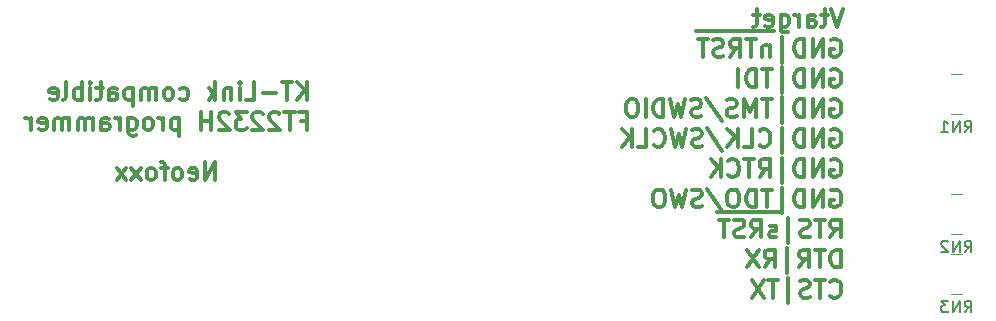
<source format=gbo>
G04 #@! TF.GenerationSoftware,KiCad,Pcbnew,5.0.2-bee76a0~70~ubuntu18.04.1*
G04 #@! TF.CreationDate,2019-06-09T10:31:05+02:00*
G04 #@! TF.ProjectId,JTAG-SWD-adapter,4b744c69-6e6b-4416-9461-707465722e6b,rev?*
G04 #@! TF.SameCoordinates,PX18392c0PY54c81a0*
G04 #@! TF.FileFunction,Legend,Bot*
G04 #@! TF.FilePolarity,Positive*
%FSLAX46Y46*%
G04 Gerber Fmt 4.6, Leading zero omitted, Abs format (unit mm)*
G04 Created by KiCad (PCBNEW 5.0.2-bee76a0~70~ubuntu18.04.1) date ned 09 jun 2019 10:31:05 CEST*
%MOMM*%
%LPD*%
G01*
G04 APERTURE LIST*
%ADD10C,0.300000*%
%ADD11C,0.120000*%
%ADD12C,0.150000*%
G04 APERTURE END LIST*
D10*
X30118357Y29996929D02*
X30118357Y31496929D01*
X29261214Y29996929D02*
X29904071Y30854072D01*
X29261214Y31496929D02*
X30118357Y30639786D01*
X28832642Y31496929D02*
X27975500Y31496929D01*
X28404071Y29996929D02*
X28404071Y31496929D01*
X27475500Y30568358D02*
X26332642Y30568358D01*
X24904071Y29996929D02*
X25618357Y29996929D01*
X25618357Y31496929D01*
X24404071Y29996929D02*
X24404071Y30996929D01*
X24404071Y31496929D02*
X24475500Y31425500D01*
X24404071Y31354072D01*
X24332642Y31425500D01*
X24404071Y31496929D01*
X24404071Y31354072D01*
X23689785Y30996929D02*
X23689785Y29996929D01*
X23689785Y30854072D02*
X23618357Y30925500D01*
X23475500Y30996929D01*
X23261214Y30996929D01*
X23118357Y30925500D01*
X23046928Y30782643D01*
X23046928Y29996929D01*
X22332642Y29996929D02*
X22332642Y31496929D01*
X22189785Y30568358D02*
X21761214Y29996929D01*
X21761214Y30996929D02*
X22332642Y30425500D01*
X19332642Y30068358D02*
X19475500Y29996929D01*
X19761214Y29996929D01*
X19904071Y30068358D01*
X19975500Y30139786D01*
X20046928Y30282643D01*
X20046928Y30711215D01*
X19975500Y30854072D01*
X19904071Y30925500D01*
X19761214Y30996929D01*
X19475500Y30996929D01*
X19332642Y30925500D01*
X18475500Y29996929D02*
X18618357Y30068358D01*
X18689785Y30139786D01*
X18761214Y30282643D01*
X18761214Y30711215D01*
X18689785Y30854072D01*
X18618357Y30925500D01*
X18475500Y30996929D01*
X18261214Y30996929D01*
X18118357Y30925500D01*
X18046928Y30854072D01*
X17975500Y30711215D01*
X17975500Y30282643D01*
X18046928Y30139786D01*
X18118357Y30068358D01*
X18261214Y29996929D01*
X18475500Y29996929D01*
X17332642Y29996929D02*
X17332642Y30996929D01*
X17332642Y30854072D02*
X17261214Y30925500D01*
X17118357Y30996929D01*
X16904071Y30996929D01*
X16761214Y30925500D01*
X16689785Y30782643D01*
X16689785Y29996929D01*
X16689785Y30782643D02*
X16618357Y30925500D01*
X16475500Y30996929D01*
X16261214Y30996929D01*
X16118357Y30925500D01*
X16046928Y30782643D01*
X16046928Y29996929D01*
X15332642Y30996929D02*
X15332642Y29496929D01*
X15332642Y30925500D02*
X15189785Y30996929D01*
X14904071Y30996929D01*
X14761214Y30925500D01*
X14689785Y30854072D01*
X14618357Y30711215D01*
X14618357Y30282643D01*
X14689785Y30139786D01*
X14761214Y30068358D01*
X14904071Y29996929D01*
X15189785Y29996929D01*
X15332642Y30068358D01*
X13332642Y29996929D02*
X13332642Y30782643D01*
X13404071Y30925500D01*
X13546928Y30996929D01*
X13832642Y30996929D01*
X13975500Y30925500D01*
X13332642Y30068358D02*
X13475500Y29996929D01*
X13832642Y29996929D01*
X13975500Y30068358D01*
X14046928Y30211215D01*
X14046928Y30354072D01*
X13975500Y30496929D01*
X13832642Y30568358D01*
X13475500Y30568358D01*
X13332642Y30639786D01*
X12832642Y30996929D02*
X12261214Y30996929D01*
X12618357Y31496929D02*
X12618357Y30211215D01*
X12546928Y30068358D01*
X12404071Y29996929D01*
X12261214Y29996929D01*
X11761214Y29996929D02*
X11761214Y30996929D01*
X11761214Y31496929D02*
X11832642Y31425500D01*
X11761214Y31354072D01*
X11689785Y31425500D01*
X11761214Y31496929D01*
X11761214Y31354072D01*
X11046928Y29996929D02*
X11046928Y31496929D01*
X11046928Y30925500D02*
X10904071Y30996929D01*
X10618357Y30996929D01*
X10475500Y30925500D01*
X10404071Y30854072D01*
X10332642Y30711215D01*
X10332642Y30282643D01*
X10404071Y30139786D01*
X10475500Y30068358D01*
X10618357Y29996929D01*
X10904071Y29996929D01*
X11046928Y30068358D01*
X9475500Y29996929D02*
X9618357Y30068358D01*
X9689785Y30211215D01*
X9689785Y31496929D01*
X8332642Y30068358D02*
X8475500Y29996929D01*
X8761214Y29996929D01*
X8904071Y30068358D01*
X8975500Y30211215D01*
X8975500Y30782643D01*
X8904071Y30925500D01*
X8761214Y30996929D01*
X8475500Y30996929D01*
X8332642Y30925500D01*
X8261214Y30782643D01*
X8261214Y30639786D01*
X8975500Y30496929D01*
X29618357Y28232643D02*
X30118357Y28232643D01*
X30118357Y27446929D02*
X30118357Y28946929D01*
X29404071Y28946929D01*
X29046928Y28946929D02*
X28189785Y28946929D01*
X28618357Y27446929D02*
X28618357Y28946929D01*
X27761214Y28804072D02*
X27689785Y28875500D01*
X27546928Y28946929D01*
X27189785Y28946929D01*
X27046928Y28875500D01*
X26975500Y28804072D01*
X26904071Y28661215D01*
X26904071Y28518358D01*
X26975500Y28304072D01*
X27832642Y27446929D01*
X26904071Y27446929D01*
X26332642Y28804072D02*
X26261214Y28875500D01*
X26118357Y28946929D01*
X25761214Y28946929D01*
X25618357Y28875500D01*
X25546928Y28804072D01*
X25475500Y28661215D01*
X25475500Y28518358D01*
X25546928Y28304072D01*
X26404071Y27446929D01*
X25475500Y27446929D01*
X24975500Y28946929D02*
X24046928Y28946929D01*
X24546928Y28375500D01*
X24332642Y28375500D01*
X24189785Y28304072D01*
X24118357Y28232643D01*
X24046928Y28089786D01*
X24046928Y27732643D01*
X24118357Y27589786D01*
X24189785Y27518358D01*
X24332642Y27446929D01*
X24761214Y27446929D01*
X24904071Y27518358D01*
X24975500Y27589786D01*
X23475500Y28804072D02*
X23404071Y28875500D01*
X23261214Y28946929D01*
X22904071Y28946929D01*
X22761214Y28875500D01*
X22689785Y28804072D01*
X22618357Y28661215D01*
X22618357Y28518358D01*
X22689785Y28304072D01*
X23546928Y27446929D01*
X22618357Y27446929D01*
X21975500Y27446929D02*
X21975500Y28946929D01*
X21975500Y28232643D02*
X21118357Y28232643D01*
X21118357Y27446929D02*
X21118357Y28946929D01*
X19261214Y28446929D02*
X19261214Y26946929D01*
X19261214Y28375500D02*
X19118357Y28446929D01*
X18832642Y28446929D01*
X18689785Y28375500D01*
X18618357Y28304072D01*
X18546928Y28161215D01*
X18546928Y27732643D01*
X18618357Y27589786D01*
X18689785Y27518358D01*
X18832642Y27446929D01*
X19118357Y27446929D01*
X19261214Y27518358D01*
X17904071Y27446929D02*
X17904071Y28446929D01*
X17904071Y28161215D02*
X17832642Y28304072D01*
X17761214Y28375500D01*
X17618357Y28446929D01*
X17475500Y28446929D01*
X16761214Y27446929D02*
X16904071Y27518358D01*
X16975500Y27589786D01*
X17046928Y27732643D01*
X17046928Y28161215D01*
X16975500Y28304072D01*
X16904071Y28375500D01*
X16761214Y28446929D01*
X16546928Y28446929D01*
X16404071Y28375500D01*
X16332642Y28304072D01*
X16261214Y28161215D01*
X16261214Y27732643D01*
X16332642Y27589786D01*
X16404071Y27518358D01*
X16546928Y27446929D01*
X16761214Y27446929D01*
X14975500Y28446929D02*
X14975500Y27232643D01*
X15046928Y27089786D01*
X15118357Y27018358D01*
X15261214Y26946929D01*
X15475500Y26946929D01*
X15618357Y27018358D01*
X14975500Y27518358D02*
X15118357Y27446929D01*
X15404071Y27446929D01*
X15546928Y27518358D01*
X15618357Y27589786D01*
X15689785Y27732643D01*
X15689785Y28161215D01*
X15618357Y28304072D01*
X15546928Y28375500D01*
X15404071Y28446929D01*
X15118357Y28446929D01*
X14975500Y28375500D01*
X14261214Y27446929D02*
X14261214Y28446929D01*
X14261214Y28161215D02*
X14189785Y28304072D01*
X14118357Y28375500D01*
X13975500Y28446929D01*
X13832642Y28446929D01*
X12689785Y27446929D02*
X12689785Y28232643D01*
X12761214Y28375500D01*
X12904071Y28446929D01*
X13189785Y28446929D01*
X13332642Y28375500D01*
X12689785Y27518358D02*
X12832642Y27446929D01*
X13189785Y27446929D01*
X13332642Y27518358D01*
X13404071Y27661215D01*
X13404071Y27804072D01*
X13332642Y27946929D01*
X13189785Y28018358D01*
X12832642Y28018358D01*
X12689785Y28089786D01*
X11975500Y27446929D02*
X11975500Y28446929D01*
X11975500Y28304072D02*
X11904071Y28375500D01*
X11761214Y28446929D01*
X11546928Y28446929D01*
X11404071Y28375500D01*
X11332642Y28232643D01*
X11332642Y27446929D01*
X11332642Y28232643D02*
X11261214Y28375500D01*
X11118357Y28446929D01*
X10904071Y28446929D01*
X10761214Y28375500D01*
X10689785Y28232643D01*
X10689785Y27446929D01*
X9975500Y27446929D02*
X9975500Y28446929D01*
X9975500Y28304072D02*
X9904071Y28375500D01*
X9761214Y28446929D01*
X9546928Y28446929D01*
X9404071Y28375500D01*
X9332642Y28232643D01*
X9332642Y27446929D01*
X9332642Y28232643D02*
X9261214Y28375500D01*
X9118357Y28446929D01*
X8904071Y28446929D01*
X8761214Y28375500D01*
X8689785Y28232643D01*
X8689785Y27446929D01*
X7404071Y27518358D02*
X7546928Y27446929D01*
X7832642Y27446929D01*
X7975500Y27518358D01*
X8046928Y27661215D01*
X8046928Y28232643D01*
X7975500Y28375500D01*
X7832642Y28446929D01*
X7546928Y28446929D01*
X7404071Y28375500D01*
X7332642Y28232643D01*
X7332642Y28089786D01*
X8046928Y27946929D01*
X6689785Y27446929D02*
X6689785Y28446929D01*
X6689785Y28161215D02*
X6618357Y28304072D01*
X6546928Y28375500D01*
X6404071Y28446929D01*
X6261214Y28446929D01*
X75481142Y37696429D02*
X74981142Y36196429D01*
X74481142Y37696429D01*
X74195428Y37196429D02*
X73624000Y37196429D01*
X73981142Y37696429D02*
X73981142Y36410715D01*
X73909714Y36267858D01*
X73766857Y36196429D01*
X73624000Y36196429D01*
X72481142Y36196429D02*
X72481142Y36982143D01*
X72552571Y37125000D01*
X72695428Y37196429D01*
X72981142Y37196429D01*
X73124000Y37125000D01*
X72481142Y36267858D02*
X72624000Y36196429D01*
X72981142Y36196429D01*
X73124000Y36267858D01*
X73195428Y36410715D01*
X73195428Y36553572D01*
X73124000Y36696429D01*
X72981142Y36767858D01*
X72624000Y36767858D01*
X72481142Y36839286D01*
X71766857Y36196429D02*
X71766857Y37196429D01*
X71766857Y36910715D02*
X71695428Y37053572D01*
X71624000Y37125000D01*
X71481142Y37196429D01*
X71338285Y37196429D01*
X70195428Y37196429D02*
X70195428Y35982143D01*
X70266857Y35839286D01*
X70338285Y35767858D01*
X70481142Y35696429D01*
X70695428Y35696429D01*
X70838285Y35767858D01*
X70195428Y36267858D02*
X70338285Y36196429D01*
X70624000Y36196429D01*
X70766857Y36267858D01*
X70838285Y36339286D01*
X70909714Y36482143D01*
X70909714Y36910715D01*
X70838285Y37053572D01*
X70766857Y37125000D01*
X70624000Y37196429D01*
X70338285Y37196429D01*
X70195428Y37125000D01*
X68909714Y36267858D02*
X69052571Y36196429D01*
X69338285Y36196429D01*
X69481142Y36267858D01*
X69552571Y36410715D01*
X69552571Y36982143D01*
X69481142Y37125000D01*
X69338285Y37196429D01*
X69052571Y37196429D01*
X68909714Y37125000D01*
X68838285Y36982143D01*
X68838285Y36839286D01*
X69552571Y36696429D01*
X68409714Y37196429D02*
X67838285Y37196429D01*
X68195428Y37696429D02*
X68195428Y36410715D01*
X68124000Y36267858D01*
X67981142Y36196429D01*
X67838285Y36196429D01*
X74481142Y35075000D02*
X74624000Y35146429D01*
X74838285Y35146429D01*
X75052571Y35075000D01*
X75195428Y34932143D01*
X75266857Y34789286D01*
X75338285Y34503572D01*
X75338285Y34289286D01*
X75266857Y34003572D01*
X75195428Y33860715D01*
X75052571Y33717858D01*
X74838285Y33646429D01*
X74695428Y33646429D01*
X74481142Y33717858D01*
X74409714Y33789286D01*
X74409714Y34289286D01*
X74695428Y34289286D01*
X73766857Y33646429D02*
X73766857Y35146429D01*
X72909714Y33646429D01*
X72909714Y35146429D01*
X72195428Y33646429D02*
X72195428Y35146429D01*
X71838285Y35146429D01*
X71624000Y35075000D01*
X71481142Y34932143D01*
X71409714Y34789286D01*
X71338285Y34503572D01*
X71338285Y34289286D01*
X71409714Y34003572D01*
X71481142Y33860715D01*
X71624000Y33717858D01*
X71838285Y33646429D01*
X72195428Y33646429D01*
X70338285Y33146429D02*
X70338285Y35289286D01*
X69624000Y35795000D02*
X68266857Y35795000D01*
X69266857Y34646429D02*
X69266857Y33646429D01*
X69266857Y34503572D02*
X69195428Y34575000D01*
X69052571Y34646429D01*
X68838285Y34646429D01*
X68695428Y34575000D01*
X68624000Y34432143D01*
X68624000Y33646429D01*
X68266857Y35795000D02*
X67124000Y35795000D01*
X68124000Y35146429D02*
X67266857Y35146429D01*
X67695428Y33646429D02*
X67695428Y35146429D01*
X67124000Y35795000D02*
X65624000Y35795000D01*
X65909714Y33646429D02*
X66409714Y34360715D01*
X66766857Y33646429D02*
X66766857Y35146429D01*
X66195428Y35146429D01*
X66052571Y35075000D01*
X65981142Y35003572D01*
X65909714Y34860715D01*
X65909714Y34646429D01*
X65981142Y34503572D01*
X66052571Y34432143D01*
X66195428Y34360715D01*
X66766857Y34360715D01*
X65624000Y35795000D02*
X64195428Y35795000D01*
X65338285Y33717858D02*
X65124000Y33646429D01*
X64766857Y33646429D01*
X64624000Y33717858D01*
X64552571Y33789286D01*
X64481142Y33932143D01*
X64481142Y34075000D01*
X64552571Y34217858D01*
X64624000Y34289286D01*
X64766857Y34360715D01*
X65052571Y34432143D01*
X65195428Y34503572D01*
X65266857Y34575000D01*
X65338285Y34717858D01*
X65338285Y34860715D01*
X65266857Y35003572D01*
X65195428Y35075000D01*
X65052571Y35146429D01*
X64695428Y35146429D01*
X64481142Y35075000D01*
X64195428Y35795000D02*
X63052571Y35795000D01*
X64052571Y35146429D02*
X63195428Y35146429D01*
X63624000Y33646429D02*
X63624000Y35146429D01*
X74481142Y32525000D02*
X74624000Y32596429D01*
X74838285Y32596429D01*
X75052571Y32525000D01*
X75195428Y32382143D01*
X75266857Y32239286D01*
X75338285Y31953572D01*
X75338285Y31739286D01*
X75266857Y31453572D01*
X75195428Y31310715D01*
X75052571Y31167858D01*
X74838285Y31096429D01*
X74695428Y31096429D01*
X74481142Y31167858D01*
X74409714Y31239286D01*
X74409714Y31739286D01*
X74695428Y31739286D01*
X73766857Y31096429D02*
X73766857Y32596429D01*
X72909714Y31096429D01*
X72909714Y32596429D01*
X72195428Y31096429D02*
X72195428Y32596429D01*
X71838285Y32596429D01*
X71624000Y32525000D01*
X71481142Y32382143D01*
X71409714Y32239286D01*
X71338285Y31953572D01*
X71338285Y31739286D01*
X71409714Y31453572D01*
X71481142Y31310715D01*
X71624000Y31167858D01*
X71838285Y31096429D01*
X72195428Y31096429D01*
X70338285Y30596429D02*
X70338285Y32739286D01*
X69481142Y32596429D02*
X68624000Y32596429D01*
X69052571Y31096429D02*
X69052571Y32596429D01*
X68124000Y31096429D02*
X68124000Y32596429D01*
X67766857Y32596429D01*
X67552571Y32525000D01*
X67409714Y32382143D01*
X67338285Y32239286D01*
X67266857Y31953572D01*
X67266857Y31739286D01*
X67338285Y31453572D01*
X67409714Y31310715D01*
X67552571Y31167858D01*
X67766857Y31096429D01*
X68124000Y31096429D01*
X66624000Y31096429D02*
X66624000Y32596429D01*
X74481142Y29975000D02*
X74624000Y30046429D01*
X74838285Y30046429D01*
X75052571Y29975000D01*
X75195428Y29832143D01*
X75266857Y29689286D01*
X75338285Y29403572D01*
X75338285Y29189286D01*
X75266857Y28903572D01*
X75195428Y28760715D01*
X75052571Y28617858D01*
X74838285Y28546429D01*
X74695428Y28546429D01*
X74481142Y28617858D01*
X74409714Y28689286D01*
X74409714Y29189286D01*
X74695428Y29189286D01*
X73766857Y28546429D02*
X73766857Y30046429D01*
X72909714Y28546429D01*
X72909714Y30046429D01*
X72195428Y28546429D02*
X72195428Y30046429D01*
X71838285Y30046429D01*
X71624000Y29975000D01*
X71481142Y29832143D01*
X71409714Y29689286D01*
X71338285Y29403572D01*
X71338285Y29189286D01*
X71409714Y28903572D01*
X71481142Y28760715D01*
X71624000Y28617858D01*
X71838285Y28546429D01*
X72195428Y28546429D01*
X70338285Y28046429D02*
X70338285Y30189286D01*
X69481142Y30046429D02*
X68624000Y30046429D01*
X69052571Y28546429D02*
X69052571Y30046429D01*
X68124000Y28546429D02*
X68124000Y30046429D01*
X67624000Y28975000D01*
X67124000Y30046429D01*
X67124000Y28546429D01*
X66481142Y28617858D02*
X66266857Y28546429D01*
X65909714Y28546429D01*
X65766857Y28617858D01*
X65695428Y28689286D01*
X65624000Y28832143D01*
X65624000Y28975000D01*
X65695428Y29117858D01*
X65766857Y29189286D01*
X65909714Y29260715D01*
X66195428Y29332143D01*
X66338285Y29403572D01*
X66409714Y29475000D01*
X66481142Y29617858D01*
X66481142Y29760715D01*
X66409714Y29903572D01*
X66338285Y29975000D01*
X66195428Y30046429D01*
X65838285Y30046429D01*
X65624000Y29975000D01*
X63909714Y30117858D02*
X65195428Y28189286D01*
X63481142Y28617858D02*
X63266857Y28546429D01*
X62909714Y28546429D01*
X62766857Y28617858D01*
X62695428Y28689286D01*
X62624000Y28832143D01*
X62624000Y28975000D01*
X62695428Y29117858D01*
X62766857Y29189286D01*
X62909714Y29260715D01*
X63195428Y29332143D01*
X63338285Y29403572D01*
X63409714Y29475000D01*
X63481142Y29617858D01*
X63481142Y29760715D01*
X63409714Y29903572D01*
X63338285Y29975000D01*
X63195428Y30046429D01*
X62838285Y30046429D01*
X62624000Y29975000D01*
X62124000Y30046429D02*
X61766857Y28546429D01*
X61481142Y29617858D01*
X61195428Y28546429D01*
X60838285Y30046429D01*
X60266857Y28546429D02*
X60266857Y30046429D01*
X59909714Y30046429D01*
X59695428Y29975000D01*
X59552571Y29832143D01*
X59481142Y29689286D01*
X59409714Y29403572D01*
X59409714Y29189286D01*
X59481142Y28903572D01*
X59552571Y28760715D01*
X59695428Y28617858D01*
X59909714Y28546429D01*
X60266857Y28546429D01*
X58766857Y28546429D02*
X58766857Y30046429D01*
X57766857Y30046429D02*
X57481142Y30046429D01*
X57338285Y29975000D01*
X57195428Y29832143D01*
X57124000Y29546429D01*
X57124000Y29046429D01*
X57195428Y28760715D01*
X57338285Y28617858D01*
X57481142Y28546429D01*
X57766857Y28546429D01*
X57909714Y28617858D01*
X58052571Y28760715D01*
X58124000Y29046429D01*
X58124000Y29546429D01*
X58052571Y29832143D01*
X57909714Y29975000D01*
X57766857Y30046429D01*
X74481142Y27425000D02*
X74624000Y27496429D01*
X74838285Y27496429D01*
X75052571Y27425000D01*
X75195428Y27282143D01*
X75266857Y27139286D01*
X75338285Y26853572D01*
X75338285Y26639286D01*
X75266857Y26353572D01*
X75195428Y26210715D01*
X75052571Y26067858D01*
X74838285Y25996429D01*
X74695428Y25996429D01*
X74481142Y26067858D01*
X74409714Y26139286D01*
X74409714Y26639286D01*
X74695428Y26639286D01*
X73766857Y25996429D02*
X73766857Y27496429D01*
X72909714Y25996429D01*
X72909714Y27496429D01*
X72195428Y25996429D02*
X72195428Y27496429D01*
X71838285Y27496429D01*
X71624000Y27425000D01*
X71481142Y27282143D01*
X71409714Y27139286D01*
X71338285Y26853572D01*
X71338285Y26639286D01*
X71409714Y26353572D01*
X71481142Y26210715D01*
X71624000Y26067858D01*
X71838285Y25996429D01*
X72195428Y25996429D01*
X70338285Y25496429D02*
X70338285Y27639286D01*
X68409714Y26139286D02*
X68481142Y26067858D01*
X68695428Y25996429D01*
X68838285Y25996429D01*
X69052571Y26067858D01*
X69195428Y26210715D01*
X69266857Y26353572D01*
X69338285Y26639286D01*
X69338285Y26853572D01*
X69266857Y27139286D01*
X69195428Y27282143D01*
X69052571Y27425000D01*
X68838285Y27496429D01*
X68695428Y27496429D01*
X68481142Y27425000D01*
X68409714Y27353572D01*
X67052571Y25996429D02*
X67766857Y25996429D01*
X67766857Y27496429D01*
X66552571Y25996429D02*
X66552571Y27496429D01*
X65695428Y25996429D02*
X66338285Y26853572D01*
X65695428Y27496429D02*
X66552571Y26639286D01*
X63981142Y27567858D02*
X65266857Y25639286D01*
X63552571Y26067858D02*
X63338285Y25996429D01*
X62981142Y25996429D01*
X62838285Y26067858D01*
X62766857Y26139286D01*
X62695428Y26282143D01*
X62695428Y26425000D01*
X62766857Y26567858D01*
X62838285Y26639286D01*
X62981142Y26710715D01*
X63266857Y26782143D01*
X63409714Y26853572D01*
X63481142Y26925000D01*
X63552571Y27067858D01*
X63552571Y27210715D01*
X63481142Y27353572D01*
X63409714Y27425000D01*
X63266857Y27496429D01*
X62909714Y27496429D01*
X62695428Y27425000D01*
X62195428Y27496429D02*
X61838285Y25996429D01*
X61552571Y27067858D01*
X61266857Y25996429D01*
X60909714Y27496429D01*
X59481142Y26139286D02*
X59552571Y26067858D01*
X59766857Y25996429D01*
X59909714Y25996429D01*
X60124000Y26067858D01*
X60266857Y26210715D01*
X60338285Y26353572D01*
X60409714Y26639286D01*
X60409714Y26853572D01*
X60338285Y27139286D01*
X60266857Y27282143D01*
X60124000Y27425000D01*
X59909714Y27496429D01*
X59766857Y27496429D01*
X59552571Y27425000D01*
X59481142Y27353572D01*
X58124000Y25996429D02*
X58838285Y25996429D01*
X58838285Y27496429D01*
X57624000Y25996429D02*
X57624000Y27496429D01*
X56766857Y25996429D02*
X57409714Y26853572D01*
X56766857Y27496429D02*
X57624000Y26639286D01*
X74481142Y24875000D02*
X74624000Y24946429D01*
X74838285Y24946429D01*
X75052571Y24875000D01*
X75195428Y24732143D01*
X75266857Y24589286D01*
X75338285Y24303572D01*
X75338285Y24089286D01*
X75266857Y23803572D01*
X75195428Y23660715D01*
X75052571Y23517858D01*
X74838285Y23446429D01*
X74695428Y23446429D01*
X74481142Y23517858D01*
X74409714Y23589286D01*
X74409714Y24089286D01*
X74695428Y24089286D01*
X73766857Y23446429D02*
X73766857Y24946429D01*
X72909714Y23446429D01*
X72909714Y24946429D01*
X72195428Y23446429D02*
X72195428Y24946429D01*
X71838285Y24946429D01*
X71624000Y24875000D01*
X71481142Y24732143D01*
X71409714Y24589286D01*
X71338285Y24303572D01*
X71338285Y24089286D01*
X71409714Y23803572D01*
X71481142Y23660715D01*
X71624000Y23517858D01*
X71838285Y23446429D01*
X72195428Y23446429D01*
X70338285Y22946429D02*
X70338285Y25089286D01*
X68409714Y23446429D02*
X68909714Y24160715D01*
X69266857Y23446429D02*
X69266857Y24946429D01*
X68695428Y24946429D01*
X68552571Y24875000D01*
X68481142Y24803572D01*
X68409714Y24660715D01*
X68409714Y24446429D01*
X68481142Y24303572D01*
X68552571Y24232143D01*
X68695428Y24160715D01*
X69266857Y24160715D01*
X67981142Y24946429D02*
X67124000Y24946429D01*
X67552571Y23446429D02*
X67552571Y24946429D01*
X65766857Y23589286D02*
X65838285Y23517858D01*
X66052571Y23446429D01*
X66195428Y23446429D01*
X66409714Y23517858D01*
X66552571Y23660715D01*
X66624000Y23803572D01*
X66695428Y24089286D01*
X66695428Y24303572D01*
X66624000Y24589286D01*
X66552571Y24732143D01*
X66409714Y24875000D01*
X66195428Y24946429D01*
X66052571Y24946429D01*
X65838285Y24875000D01*
X65766857Y24803572D01*
X65124000Y23446429D02*
X65124000Y24946429D01*
X64266857Y23446429D02*
X64909714Y24303572D01*
X64266857Y24946429D02*
X65124000Y24089286D01*
X74481142Y22325000D02*
X74624000Y22396429D01*
X74838285Y22396429D01*
X75052571Y22325000D01*
X75195428Y22182143D01*
X75266857Y22039286D01*
X75338285Y21753572D01*
X75338285Y21539286D01*
X75266857Y21253572D01*
X75195428Y21110715D01*
X75052571Y20967858D01*
X74838285Y20896429D01*
X74695428Y20896429D01*
X74481142Y20967858D01*
X74409714Y21039286D01*
X74409714Y21539286D01*
X74695428Y21539286D01*
X73766857Y20896429D02*
X73766857Y22396429D01*
X72909714Y20896429D01*
X72909714Y22396429D01*
X72195428Y20896429D02*
X72195428Y22396429D01*
X71838285Y22396429D01*
X71624000Y22325000D01*
X71481142Y22182143D01*
X71409714Y22039286D01*
X71338285Y21753572D01*
X71338285Y21539286D01*
X71409714Y21253572D01*
X71481142Y21110715D01*
X71624000Y20967858D01*
X71838285Y20896429D01*
X72195428Y20896429D01*
X70338285Y20396429D02*
X70338285Y22539286D01*
X69481142Y22396429D02*
X68624000Y22396429D01*
X69052571Y20896429D02*
X69052571Y22396429D01*
X68124000Y20896429D02*
X68124000Y22396429D01*
X67766857Y22396429D01*
X67552571Y22325000D01*
X67409714Y22182143D01*
X67338285Y22039286D01*
X67266857Y21753572D01*
X67266857Y21539286D01*
X67338285Y21253572D01*
X67409714Y21110715D01*
X67552571Y20967858D01*
X67766857Y20896429D01*
X68124000Y20896429D01*
X66338285Y22396429D02*
X66052571Y22396429D01*
X65909714Y22325000D01*
X65766857Y22182143D01*
X65695428Y21896429D01*
X65695428Y21396429D01*
X65766857Y21110715D01*
X65909714Y20967858D01*
X66052571Y20896429D01*
X66338285Y20896429D01*
X66481142Y20967858D01*
X66624000Y21110715D01*
X66695428Y21396429D01*
X66695428Y21896429D01*
X66624000Y22182143D01*
X66481142Y22325000D01*
X66338285Y22396429D01*
X63981142Y22467858D02*
X65266857Y20539286D01*
X63552571Y20967858D02*
X63338285Y20896429D01*
X62981142Y20896429D01*
X62838285Y20967858D01*
X62766857Y21039286D01*
X62695428Y21182143D01*
X62695428Y21325000D01*
X62766857Y21467858D01*
X62838285Y21539286D01*
X62981142Y21610715D01*
X63266857Y21682143D01*
X63409714Y21753572D01*
X63481142Y21825000D01*
X63552571Y21967858D01*
X63552571Y22110715D01*
X63481142Y22253572D01*
X63409714Y22325000D01*
X63266857Y22396429D01*
X62909714Y22396429D01*
X62695428Y22325000D01*
X62195428Y22396429D02*
X61838285Y20896429D01*
X61552571Y21967858D01*
X61266857Y20896429D01*
X60909714Y22396429D01*
X60052571Y22396429D02*
X59766857Y22396429D01*
X59624000Y22325000D01*
X59481142Y22182143D01*
X59409714Y21896429D01*
X59409714Y21396429D01*
X59481142Y21110715D01*
X59624000Y20967858D01*
X59766857Y20896429D01*
X60052571Y20896429D01*
X60195428Y20967858D01*
X60338285Y21110715D01*
X60409714Y21396429D01*
X60409714Y21896429D01*
X60338285Y22182143D01*
X60195428Y22325000D01*
X60052571Y22396429D01*
X74409714Y18346429D02*
X74909714Y19060715D01*
X75266857Y18346429D02*
X75266857Y19846429D01*
X74695428Y19846429D01*
X74552571Y19775000D01*
X74481142Y19703572D01*
X74409714Y19560715D01*
X74409714Y19346429D01*
X74481142Y19203572D01*
X74552571Y19132143D01*
X74695428Y19060715D01*
X75266857Y19060715D01*
X73981142Y19846429D02*
X73124000Y19846429D01*
X73552571Y18346429D02*
X73552571Y19846429D01*
X72695428Y18417858D02*
X72481142Y18346429D01*
X72124000Y18346429D01*
X71981142Y18417858D01*
X71909714Y18489286D01*
X71838285Y18632143D01*
X71838285Y18775000D01*
X71909714Y18917858D01*
X71981142Y18989286D01*
X72124000Y19060715D01*
X72409714Y19132143D01*
X72552571Y19203572D01*
X72624000Y19275000D01*
X72695428Y19417858D01*
X72695428Y19560715D01*
X72624000Y19703572D01*
X72552571Y19775000D01*
X72409714Y19846429D01*
X72052571Y19846429D01*
X71838285Y19775000D01*
X70838285Y17846429D02*
X70838285Y19989286D01*
X70124000Y20495000D02*
X68909714Y20495000D01*
X69838285Y18417858D02*
X69695428Y18346429D01*
X69409714Y18346429D01*
X69266857Y18417858D01*
X69195428Y18560715D01*
X69195428Y18632143D01*
X69266857Y18775000D01*
X69409714Y18846429D01*
X69624000Y18846429D01*
X69766857Y18917858D01*
X69838285Y19060715D01*
X69838285Y19132143D01*
X69766857Y19275000D01*
X69624000Y19346429D01*
X69409714Y19346429D01*
X69266857Y19275000D01*
X68909714Y20495000D02*
X67409714Y20495000D01*
X67695428Y18346429D02*
X68195428Y19060715D01*
X68552571Y18346429D02*
X68552571Y19846429D01*
X67981142Y19846429D01*
X67838285Y19775000D01*
X67766857Y19703572D01*
X67695428Y19560715D01*
X67695428Y19346429D01*
X67766857Y19203572D01*
X67838285Y19132143D01*
X67981142Y19060715D01*
X68552571Y19060715D01*
X67409714Y20495000D02*
X65981142Y20495000D01*
X67124000Y18417858D02*
X66909714Y18346429D01*
X66552571Y18346429D01*
X66409714Y18417858D01*
X66338285Y18489286D01*
X66266857Y18632143D01*
X66266857Y18775000D01*
X66338285Y18917858D01*
X66409714Y18989286D01*
X66552571Y19060715D01*
X66838285Y19132143D01*
X66981142Y19203572D01*
X67052571Y19275000D01*
X67124000Y19417858D01*
X67124000Y19560715D01*
X67052571Y19703572D01*
X66981142Y19775000D01*
X66838285Y19846429D01*
X66481142Y19846429D01*
X66266857Y19775000D01*
X65981142Y20495000D02*
X64838285Y20495000D01*
X65838285Y19846429D02*
X64981142Y19846429D01*
X65409714Y18346429D02*
X65409714Y19846429D01*
X75266857Y15796429D02*
X75266857Y17296429D01*
X74909714Y17296429D01*
X74695428Y17225000D01*
X74552571Y17082143D01*
X74481142Y16939286D01*
X74409714Y16653572D01*
X74409714Y16439286D01*
X74481142Y16153572D01*
X74552571Y16010715D01*
X74695428Y15867858D01*
X74909714Y15796429D01*
X75266857Y15796429D01*
X73981142Y17296429D02*
X73124000Y17296429D01*
X73552571Y15796429D02*
X73552571Y17296429D01*
X71766857Y15796429D02*
X72266857Y16510715D01*
X72624000Y15796429D02*
X72624000Y17296429D01*
X72052571Y17296429D01*
X71909714Y17225000D01*
X71838285Y17153572D01*
X71766857Y17010715D01*
X71766857Y16796429D01*
X71838285Y16653572D01*
X71909714Y16582143D01*
X72052571Y16510715D01*
X72624000Y16510715D01*
X70766857Y15296429D02*
X70766857Y17439286D01*
X68838285Y15796429D02*
X69338285Y16510715D01*
X69695428Y15796429D02*
X69695428Y17296429D01*
X69124000Y17296429D01*
X68981142Y17225000D01*
X68909714Y17153572D01*
X68838285Y17010715D01*
X68838285Y16796429D01*
X68909714Y16653572D01*
X68981142Y16582143D01*
X69124000Y16510715D01*
X69695428Y16510715D01*
X68338285Y17296429D02*
X67338285Y15796429D01*
X67338285Y17296429D02*
X68338285Y15796429D01*
X74409714Y13389286D02*
X74481142Y13317858D01*
X74695428Y13246429D01*
X74838285Y13246429D01*
X75052571Y13317858D01*
X75195428Y13460715D01*
X75266857Y13603572D01*
X75338285Y13889286D01*
X75338285Y14103572D01*
X75266857Y14389286D01*
X75195428Y14532143D01*
X75052571Y14675000D01*
X74838285Y14746429D01*
X74695428Y14746429D01*
X74481142Y14675000D01*
X74409714Y14603572D01*
X73981142Y14746429D02*
X73124000Y14746429D01*
X73552571Y13246429D02*
X73552571Y14746429D01*
X72695428Y13317858D02*
X72481142Y13246429D01*
X72124000Y13246429D01*
X71981142Y13317858D01*
X71909714Y13389286D01*
X71838285Y13532143D01*
X71838285Y13675000D01*
X71909714Y13817858D01*
X71981142Y13889286D01*
X72124000Y13960715D01*
X72409714Y14032143D01*
X72552571Y14103572D01*
X72624000Y14175000D01*
X72695428Y14317858D01*
X72695428Y14460715D01*
X72624000Y14603572D01*
X72552571Y14675000D01*
X72409714Y14746429D01*
X72052571Y14746429D01*
X71838285Y14675000D01*
X70838285Y12746429D02*
X70838285Y14889286D01*
X69981142Y14746429D02*
X69124000Y14746429D01*
X69552571Y13246429D02*
X69552571Y14746429D01*
X68766857Y14746429D02*
X67766857Y13246429D01*
X67766857Y14746429D02*
X68766857Y13246429D01*
X22295928Y23197429D02*
X22295928Y24697429D01*
X21438785Y23197429D01*
X21438785Y24697429D01*
X20153071Y23268858D02*
X20295928Y23197429D01*
X20581642Y23197429D01*
X20724500Y23268858D01*
X20795928Y23411715D01*
X20795928Y23983143D01*
X20724500Y24126000D01*
X20581642Y24197429D01*
X20295928Y24197429D01*
X20153071Y24126000D01*
X20081642Y23983143D01*
X20081642Y23840286D01*
X20795928Y23697429D01*
X19224500Y23197429D02*
X19367357Y23268858D01*
X19438785Y23340286D01*
X19510214Y23483143D01*
X19510214Y23911715D01*
X19438785Y24054572D01*
X19367357Y24126000D01*
X19224500Y24197429D01*
X19010214Y24197429D01*
X18867357Y24126000D01*
X18795928Y24054572D01*
X18724500Y23911715D01*
X18724500Y23483143D01*
X18795928Y23340286D01*
X18867357Y23268858D01*
X19010214Y23197429D01*
X19224500Y23197429D01*
X18295928Y24197429D02*
X17724500Y24197429D01*
X18081642Y23197429D02*
X18081642Y24483143D01*
X18010214Y24626000D01*
X17867357Y24697429D01*
X17724500Y24697429D01*
X17010214Y23197429D02*
X17153071Y23268858D01*
X17224500Y23340286D01*
X17295928Y23483143D01*
X17295928Y23911715D01*
X17224500Y24054572D01*
X17153071Y24126000D01*
X17010214Y24197429D01*
X16795928Y24197429D01*
X16653071Y24126000D01*
X16581642Y24054572D01*
X16510214Y23911715D01*
X16510214Y23483143D01*
X16581642Y23340286D01*
X16653071Y23268858D01*
X16795928Y23197429D01*
X17010214Y23197429D01*
X16010214Y23197429D02*
X15224500Y24197429D01*
X16010214Y24197429D02*
X15224500Y23197429D01*
X14795928Y23197429D02*
X14010214Y24197429D01*
X14795928Y24197429D02*
X14010214Y23197429D01*
D11*
G04 #@! TO.C,RN3*
X85590000Y13560000D02*
X84590000Y13560000D01*
X85590000Y16920000D02*
X84590000Y16920000D01*
G04 #@! TO.C,RN1*
X85590000Y28800000D02*
X84590000Y28800000D01*
X85590000Y32160000D02*
X84590000Y32160000D01*
G04 #@! TO.C,RN2*
X85590000Y18640000D02*
X84590000Y18640000D01*
X85590000Y22000000D02*
X84590000Y22000000D01*
G04 #@! TO.C,RN3*
D12*
X85780476Y11987620D02*
X86113809Y12463810D01*
X86351904Y11987620D02*
X86351904Y12987620D01*
X85970952Y12987620D01*
X85875714Y12940000D01*
X85828095Y12892381D01*
X85780476Y12797143D01*
X85780476Y12654286D01*
X85828095Y12559048D01*
X85875714Y12511429D01*
X85970952Y12463810D01*
X86351904Y12463810D01*
X85351904Y11987620D02*
X85351904Y12987620D01*
X84780476Y11987620D01*
X84780476Y12987620D01*
X84399523Y12987620D02*
X83780476Y12987620D01*
X84113809Y12606667D01*
X83970952Y12606667D01*
X83875714Y12559048D01*
X83828095Y12511429D01*
X83780476Y12416191D01*
X83780476Y12178096D01*
X83828095Y12082858D01*
X83875714Y12035239D01*
X83970952Y11987620D01*
X84256666Y11987620D01*
X84351904Y12035239D01*
X84399523Y12082858D01*
G04 #@! TO.C,RN1*
X85780476Y27227620D02*
X86113809Y27703810D01*
X86351904Y27227620D02*
X86351904Y28227620D01*
X85970952Y28227620D01*
X85875714Y28180000D01*
X85828095Y28132381D01*
X85780476Y28037143D01*
X85780476Y27894286D01*
X85828095Y27799048D01*
X85875714Y27751429D01*
X85970952Y27703810D01*
X86351904Y27703810D01*
X85351904Y27227620D02*
X85351904Y28227620D01*
X84780476Y27227620D01*
X84780476Y28227620D01*
X83780476Y27227620D02*
X84351904Y27227620D01*
X84066190Y27227620D02*
X84066190Y28227620D01*
X84161428Y28084762D01*
X84256666Y27989524D01*
X84351904Y27941905D01*
G04 #@! TO.C,RN2*
X85780476Y17067620D02*
X86113809Y17543810D01*
X86351904Y17067620D02*
X86351904Y18067620D01*
X85970952Y18067620D01*
X85875714Y18020000D01*
X85828095Y17972381D01*
X85780476Y17877143D01*
X85780476Y17734286D01*
X85828095Y17639048D01*
X85875714Y17591429D01*
X85970952Y17543810D01*
X86351904Y17543810D01*
X85351904Y17067620D02*
X85351904Y18067620D01*
X84780476Y17067620D01*
X84780476Y18067620D01*
X84351904Y17972381D02*
X84304285Y18020000D01*
X84209047Y18067620D01*
X83970952Y18067620D01*
X83875714Y18020000D01*
X83828095Y17972381D01*
X83780476Y17877143D01*
X83780476Y17781905D01*
X83828095Y17639048D01*
X84399523Y17067620D01*
X83780476Y17067620D01*
G04 #@! TD*
M02*

</source>
